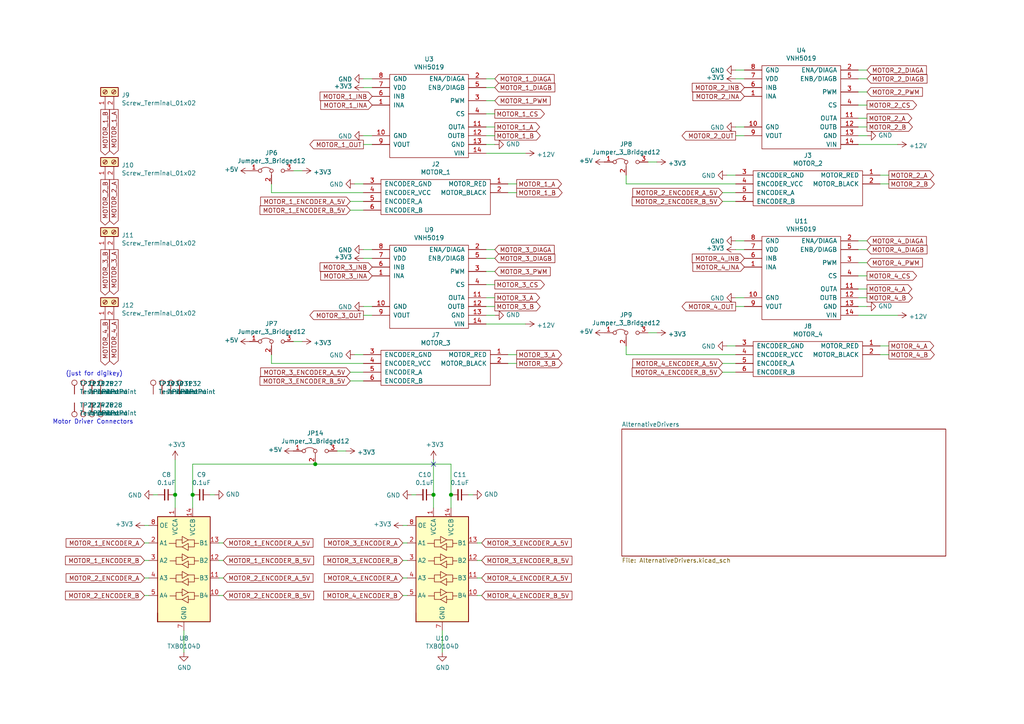
<source format=kicad_sch>
(kicad_sch (version 20201015) (generator eeschema)
  (page 1 6)
  (paper "A4")
  (lib_symbols
    (symbol "Connector:Screw_Terminal_01x02" (pin_names (offset 1.016) hide)
      (property "Reference" "J" (at 0 2.54 0))
      (property "Value" "Screw_Terminal_01x02" (at 0 -5.08 0))
      (symbol "Screw_Terminal_01x02_1_1"
        (circle (center 0 -2.54) (radius 0.635) (stroke (width 0.1524)))
        (circle (center 0 0) (radius 0.635) (stroke (width 0.1524)))
        (rectangle (start -1.27 1.27) (end 1.27 -3.81) (stroke (width 0.254)) (fill (type background)))
        (polyline (pts (xy -0.5334 -2.2098) (xy 0.3302 -3.048)) (stroke (width 0.1524)))
        (polyline (pts (xy -0.5334 0.3302) (xy 0.3302 -0.508)) (stroke (width 0.1524)))
        (polyline (pts (xy -0.3556 -2.032) (xy 0.508 -2.8702)) (stroke (width 0.1524)))
        (polyline (pts (xy -0.3556 0.508) (xy 0.508 -0.3302)) (stroke (width 0.1524)))
        (pin passive line (at -5.08 0 0) (length 3.81) (name "Pin_1") (number "1"))
        (pin passive line (at -5.08 -2.54 0) (length 3.81) (name "Pin_2") (number "2"))
      )
    )
    (symbol "Connector:TestPoint" (pin_numbers hide) (pin_names (offset 0.762) hide)
      (property "Reference" "TP" (at 0 6.858 0))
      (property "Value" "TestPoint" (at 0 5.08 0))
      (symbol "TestPoint_0_1"
        (circle (center 0 3.302) (radius 0.762))
      )
      (symbol "TestPoint_1_1"
        (pin passive line (at 0 0 90) (length 2.54) (name "1") (number "1"))
      )
    )
    (symbol "Device:C_Small" (pin_numbers hide) (pin_names (offset 0.254) hide)
      (property "Reference" "C" (at 0.254 1.778 0))
      (property "Value" "C_Small" (at 0.254 -2.032 0))
      (symbol "C_Small_0_1"
        (polyline (pts (xy -1.524 -0.508) (xy 1.524 -0.508)) (stroke (width 0.3302)))
        (polyline (pts (xy -1.524 0.508) (xy 1.524 0.508)) (stroke (width 0.3048)))
      )
      (symbol "C_Small_1_1"
        (pin passive line (at 0 2.54 270) (length 2.032) (name "~") (number "1"))
        (pin passive line (at 0 -2.54 90) (length 2.032) (name "~") (number "2"))
      )
    )
    (symbol "Jumper:Jumper_3_Bridged12" (pin_names (offset 0) hide)
      (property "Reference" "JP" (at -2.54 -2.54 0))
      (property "Value" "Jumper_3_Bridged12" (at 0 2.794 0))
      (symbol "Jumper_3_Bridged12_0_1"
        (arc (start -3.048 0.508) (end -0.254 0.508) (radius (at -1.651 -1.27) (length 2.2606) (angles 128.2 51.8)))
        (polyline (pts (xy 0 -1.27) (xy 0 -0.508)))
      )
      (symbol "Jumper_3_Bridged12_0_0"
        (circle (center -3.302 0) (radius 0.508))
        (circle (center 0 0) (radius 0.508))
        (circle (center 3.302 0) (radius 0.508))
      )
      (symbol "Jumper_3_Bridged12_1_1"
        (pin passive line (at -6.35 0 0) (length 2.54) (name "A") (number "1"))
        (pin input line (at 0 -3.81 90) (length 2.54) (name "C") (number "2"))
        (pin passive line (at 6.35 0 180) (length 2.54) (name "B") (number "3"))
      )
    )
    (symbol "Logic_LevelTranslator:TXB0104D"
      (property "Reference" "U" (at -6.35 16.51 0))
      (property "Value" "TXB0104D" (at 3.81 16.51 0))
      (symbol "TXB0104D_0_1"
        (rectangle (start -7.62 -15.24) (end -7.62 -12.7) (stroke (width 0.254)))
        (rectangle (start -7.62 15.24) (end 7.62 -15.24) (stroke (width 0.254)) (fill (type background)))
        (polyline (pts (xy -2.286 -7.747) (xy -2.286 -6.731) (xy -0.508 -6.731)))
        (polyline (pts (xy -2.286 -2.667) (xy -2.286 -1.651) (xy -0.508 -1.651)))
        (polyline (pts (xy -2.286 2.413) (xy -2.286 3.429) (xy -0.508 3.429)))
        (polyline (pts (xy -2.286 7.493) (xy -2.286 8.509) (xy -0.508 8.509)))
        (polyline (pts (xy 3.048 -7.747) (xy 3.048 -8.763) (xy 1.27 -8.763)))
        (polyline (pts (xy 3.048 -2.667) (xy 3.048 -3.683) (xy 1.27 -3.683)))
        (polyline (pts (xy 3.048 2.413) (xy 3.048 1.397) (xy 1.27 1.397)))
        (polyline (pts (xy 3.048 7.493) (xy 3.048 6.477) (xy 1.27 6.477)))
        (polyline (pts (xy -0.508 -8.763) (xy -2.286 -8.763) (xy -2.286 -7.747) (xy -4.064 -7.747)))
        (polyline (pts (xy -0.508 -8.763) (xy 1.27 -7.747) (xy 1.27 -9.779) (xy -0.508 -8.763)))
        (polyline (pts (xy -0.508 -3.683) (xy -2.286 -3.683) (xy -2.286 -2.667) (xy -4.064 -2.667)))
        (polyline (pts (xy -0.508 -3.683) (xy 1.27 -2.667) (xy 1.27 -4.699) (xy -0.508 -3.683)))
        (polyline (pts (xy -0.508 1.397) (xy -2.286 1.397) (xy -2.286 2.413) (xy -4.064 2.413)))
        (polyline (pts (xy -0.508 1.397) (xy 1.27 2.413) (xy 1.27 0.381) (xy -0.508 1.397)))
        (polyline (pts (xy -0.508 6.477) (xy -2.286 6.477) (xy -2.286 7.493) (xy -4.318 7.493)))
        (polyline (pts (xy -0.508 6.477) (xy 1.27 7.493) (xy 1.27 5.461) (xy -0.508 6.477)))
        (polyline (pts (xy 1.27 -6.731) (xy -0.508 -7.747) (xy -0.508 -5.715) (xy 1.27 -6.731)))
        (polyline (pts (xy 1.27 -6.731) (xy 3.048 -6.731) (xy 3.048 -7.747) (xy 4.318 -7.747)))
        (polyline (pts (xy 1.27 -1.651) (xy -0.508 -2.667) (xy -0.508 -0.635) (xy 1.27 -1.651)))
        (polyline (pts (xy 1.27 -1.651) (xy 3.048 -1.651) (xy 3.048 -2.667) (xy 4.318 -2.667)))
        (polyline (pts (xy 1.27 3.429) (xy -0.508 2.413) (xy -0.508 4.445) (xy 1.27 3.429)))
        (polyline (pts (xy 1.27 3.429) (xy 3.048 3.429) (xy 3.048 2.413) (xy 4.318 2.413)))
        (polyline (pts (xy 1.27 8.509) (xy -0.508 7.493) (xy -0.508 9.525) (xy 1.27 8.509)))
        (polyline (pts (xy 1.27 8.509) (xy 3.048 8.509) (xy 3.048 7.493) (xy 4.318 7.493)))
      )
      (symbol "TXB0104D_1_1"
        (pin power_in line (at -2.54 17.78 270) (length 2.54) (name "VCCA") (number "1"))
        (pin bidirectional line (at 10.16 -7.62 180) (length 2.54) (name "B4") (number "10"))
        (pin bidirectional line (at 10.16 -2.54 180) (length 2.54) (name "B3") (number "11"))
        (pin bidirectional line (at 10.16 2.54 180) (length 2.54) (name "B2") (number "12"))
        (pin bidirectional line (at 10.16 7.62 180) (length 2.54) (name "B1") (number "13"))
        (pin power_in line (at 2.54 17.78 270) (length 2.54) (name "VCCB") (number "14"))
        (pin bidirectional line (at -10.16 7.62 0) (length 2.54) (name "A1") (number "2"))
        (pin bidirectional line (at -10.16 2.54 0) (length 2.54) (name "A2") (number "3"))
        (pin bidirectional line (at -10.16 -2.54 0) (length 2.54) (name "A3") (number "4"))
        (pin bidirectional line (at -10.16 -7.62 0) (length 2.54) (name "A4") (number "5"))
        (pin unconnected line (at -10.16 -12.7 0) (length 2.54) hide (name "NC") (number "6"))
        (pin power_in line (at 0 -17.78 90) (length 2.54) (name "GND") (number "7"))
        (pin input line (at -10.16 12.7 0) (length 2.54) (name "OE") (number "8"))
        (pin unconnected line (at 10.16 -12.7 180) (length 2.54) hide (name "NC") (number "9"))
      )
    )
    (symbol "pololu_parts:MOTOR_CONNECTOR" (pin_names (offset 1.016))
      (property "Reference" "J" (at 0 0 0))
      (property "Value" "MOTOR_CONNECTOR" (at 0 15.24 0))
      (symbol "MOTOR_CONNECTOR_0_1"
        (rectangle (start -16.51 12.7) (end 15.24 2.54))
      )
      (symbol "MOTOR_CONNECTOR_1_1"
        (pin input line (at 20.32 11.43 180) (length 5.08) (name "MOTOR_RED") (number "1"))
        (pin input line (at 20.32 8.89 180) (length 5.08) (name "MOTOR_BLACK") (number "2"))
        (pin power_in line (at -21.59 11.43 0) (length 5.08) (name "ENCODER_GND") (number "3"))
        (pin power_in line (at -21.59 8.89 0) (length 5.08) (name "ENCODER_VCC") (number "4"))
        (pin output line (at -21.59 6.35 0) (length 5.08) (name "ENCODER_A") (number "5"))
        (pin output line (at -21.59 3.81 0) (length 5.08) (name "ENCODER_B") (number "6"))
      )
    )
    (symbol "pololu_parts:VNH5019" (pin_names (offset 1.016))
      (property "Reference" "U" (at 0 0 0))
      (property "Value" "VNH5019" (at 0 27.94 0))
      (symbol "VNH5019_0_1"
        (rectangle (start -10.16 25.4) (end 12.7 1.27))
      )
      (symbol "VNH5019_1_1"
        (pin input line (at -15.24 16.51 0) (length 5.08) (name "INA") (number "1"))
        (pin power_in line (at -15.24 7.62 0) (length 5.08) (name "GND") (number "10"))
        (pin output line (at 17.78 10.16 180) (length 5.08) (name "OUTA") (number "11"))
        (pin output line (at 17.78 7.62 180) (length 5.08) (name "OUTB") (number "12"))
        (pin power_in line (at 17.78 5.08 180) (length 5.08) (name "GND") (number "13"))
        (pin power_in line (at 17.78 2.54 180) (length 5.08) (name "VIN") (number "14"))
        (pin bidirectional line (at 17.78 24.13 180) (length 5.08) (name "ENA/DIAGA") (number "2"))
        (pin input line (at 17.78 17.78 180) (length 5.08) (name "PWM") (number "3"))
        (pin output line (at 17.78 13.97 180) (length 5.08) (name "CS") (number "4"))
        (pin bidirectional line (at 17.78 21.59 180) (length 5.08) (name "ENB/DIAGB") (number "5"))
        (pin input line (at -15.24 19.05 0) (length 5.08) (name "INB") (number "6"))
        (pin power_in line (at -15.24 21.59 0) (length 5.08) (name "VDD") (number "7"))
        (pin power_in line (at -15.24 24.13 0) (length 5.08) (name "GND") (number "8"))
        (pin power_in line (at -15.24 5.08 0) (length 5.08) (name "VOUT") (number "9"))
      )
    )
    (symbol "power:+12V" (power) (pin_names (offset 0))
      (property "Value" "+12V" (at 0 3.556 0))
      (symbol "+12V_0_1"
        (polyline (pts (xy -0.762 1.27) (xy 0 2.54)))
        (polyline (pts (xy 0 0) (xy 0 2.54)))
        (polyline (pts (xy 0 2.54) (xy 0.762 1.27)))
      )
      (symbol "+12V_1_1"
        (pin power_in line (at 0 0 90) (length 0) hide (name "+12V") (number "1"))
      )
    )
    (symbol "power:+3.3V" (power) (pin_names (offset 0))
      (property "Value" "+3.3V" (at 0 3.556 0))
      (symbol "+3.3V_0_1"
        (polyline (pts (xy -0.762 1.27) (xy 0 2.54)))
        (polyline (pts (xy 0 0) (xy 0 2.54)))
        (polyline (pts (xy 0 2.54) (xy 0.762 1.27)))
      )
      (symbol "+3.3V_1_1"
        (pin power_in line (at 0 0 90) (length 0) hide (name "+3V3") (number "1"))
      )
    )
    (symbol "power:+5V" (power) (pin_names (offset 0))
      (property "Value" "+5V" (at 0 3.556 0))
      (symbol "+5V_0_1"
        (polyline (pts (xy -0.762 1.27) (xy 0 2.54)))
        (polyline (pts (xy 0 0) (xy 0 2.54)))
        (polyline (pts (xy 0 2.54) (xy 0.762 1.27)))
      )
      (symbol "+5V_1_1"
        (pin power_in line (at 0 0 90) (length 0) hide (name "+5V") (number "1"))
      )
    )
    (symbol "power:GND" (power) (pin_names (offset 0))
      (property "Value" "GND" (at 0 -3.81 0))
      (symbol "GND_0_1"
        (polyline (pts (xy 0 0) (xy 0 -1.27) (xy 1.27 -1.27) (xy 0 -2.54) (xy -1.27 -1.27) (xy 0 -1.27)))
      )
      (symbol "GND_1_1"
        (pin power_in line (at 0 0 270) (length 0) hide (name "GND") (number "1"))
      )
    )
  )
  (junction (at 50.8 143.51) (diameter 1.016))
  (junction (at 55.88 143.51) (diameter 1.016))
  (junction (at 91.44 134.62) (diameter 1.016))
  (junction (at 125.73 143.51) (diameter 1.016))
  (junction (at 130.81 143.51) (diameter 1.016))
  (no_connect (at 125.73 134.62))
  (wire (pts (xy 41.91 152.4) (xy 43.18 152.4)))
  (wire (pts (xy 41.91 157.48) (xy 43.18 157.48)))
  (wire (pts (xy 41.91 162.56) (xy 43.18 162.56)))
  (wire (pts (xy 41.91 167.64) (xy 43.18 167.64)))
  (wire (pts (xy 41.91 172.72) (xy 43.18 172.72)))
  (wire (pts (xy 45.72 143.51) (xy 44.45 143.51)))
  (wire (pts (xy 50.8 143.51) (xy 50.8 133.35)))
  (wire (pts (xy 50.8 147.32) (xy 50.8 143.51)))
  (wire (pts (xy 53.34 189.23) (xy 53.34 182.88)))
  (wire (pts (xy 55.88 134.62) (xy 55.88 143.51)))
  (wire (pts (xy 55.88 143.51) (xy 55.88 147.32)))
  (wire (pts (xy 60.96 143.51) (xy 62.23 143.51)))
  (wire (pts (xy 63.5 162.56) (xy 64.77 162.56)))
  (wire (pts (xy 63.5 167.64) (xy 64.77 167.64)))
  (wire (pts (xy 63.5 172.72) (xy 64.77 172.72)))
  (wire (pts (xy 64.77 157.48) (xy 63.5 157.48)))
  (wire (pts (xy 78.74 53.34) (xy 78.74 55.88)))
  (wire (pts (xy 78.74 55.88) (xy 105.41 55.88)))
  (wire (pts (xy 78.74 102.87) (xy 78.74 105.41)))
  (wire (pts (xy 78.74 105.41) (xy 105.41 105.41)))
  (wire (pts (xy 87.63 49.53) (xy 85.09 49.53)))
  (wire (pts (xy 87.63 99.06) (xy 85.09 99.06)))
  (wire (pts (xy 91.44 134.62) (xy 55.88 134.62)))
  (wire (pts (xy 91.44 134.62) (xy 130.81 134.62)))
  (wire (pts (xy 100.33 130.81) (xy 97.79 130.81)))
  (wire (pts (xy 101.6 58.42) (xy 105.41 58.42)))
  (wire (pts (xy 101.6 60.96) (xy 105.41 60.96)))
  (wire (pts (xy 101.6 107.95) (xy 105.41 107.95)))
  (wire (pts (xy 101.6 110.49) (xy 105.41 110.49)))
  (wire (pts (xy 102.87 53.34) (xy 105.41 53.34)))
  (wire (pts (xy 102.87 102.87) (xy 105.41 102.87)))
  (wire (pts (xy 105.41 39.37) (xy 107.95 39.37)))
  (wire (pts (xy 105.41 41.91) (xy 107.95 41.91)))
  (wire (pts (xy 105.41 88.9) (xy 107.95 88.9)))
  (wire (pts (xy 105.41 91.44) (xy 107.95 91.44)))
  (wire (pts (xy 107.95 22.86) (xy 105.41 22.86)))
  (wire (pts (xy 107.95 25.4) (xy 105.41 25.4)))
  (wire (pts (xy 107.95 72.39) (xy 105.41 72.39)))
  (wire (pts (xy 107.95 74.93) (xy 105.41 74.93)))
  (wire (pts (xy 116.84 152.4) (xy 118.11 152.4)))
  (wire (pts (xy 116.84 157.48) (xy 118.11 157.48)))
  (wire (pts (xy 116.84 162.56) (xy 118.11 162.56)))
  (wire (pts (xy 116.84 167.64) (xy 118.11 167.64)))
  (wire (pts (xy 116.84 172.72) (xy 118.11 172.72)))
  (wire (pts (xy 120.65 143.51) (xy 119.38 143.51)))
  (wire (pts (xy 125.73 143.51) (xy 125.73 133.35)))
  (wire (pts (xy 125.73 147.32) (xy 125.73 143.51)))
  (wire (pts (xy 128.27 189.23) (xy 128.27 182.88)))
  (wire (pts (xy 130.81 134.62) (xy 130.81 143.51)))
  (wire (pts (xy 130.81 143.51) (xy 130.81 147.32)))
  (wire (pts (xy 135.89 143.51) (xy 137.16 143.51)))
  (wire (pts (xy 138.43 162.56) (xy 139.7 162.56)))
  (wire (pts (xy 138.43 167.64) (xy 139.7 167.64)))
  (wire (pts (xy 138.43 172.72) (xy 139.7 172.72)))
  (wire (pts (xy 139.7 157.48) (xy 138.43 157.48)))
  (wire (pts (xy 140.97 25.4) (xy 143.51 25.4)))
  (wire (pts (xy 140.97 29.21) (xy 143.51 29.21)))
  (wire (pts (xy 140.97 33.02) (xy 143.51 33.02)))
  (wire (pts (xy 140.97 36.83) (xy 143.51 36.83)))
  (wire (pts (xy 140.97 39.37) (xy 143.51 39.37)))
  (wire (pts (xy 140.97 41.91) (xy 143.51 41.91)))
  (wire (pts (xy 140.97 44.45) (xy 152.4 44.45)))
  (wire (pts (xy 140.97 72.39) (xy 143.51 72.39)))
  (wire (pts (xy 140.97 74.93) (xy 143.51 74.93)))
  (wire (pts (xy 140.97 78.74) (xy 143.51 78.74)))
  (wire (pts (xy 140.97 82.55) (xy 143.51 82.55)))
  (wire (pts (xy 140.97 86.36) (xy 143.51 86.36)))
  (wire (pts (xy 140.97 88.9) (xy 143.51 88.9)))
  (wire (pts (xy 140.97 91.44) (xy 143.51 91.44)))
  (wire (pts (xy 140.97 93.98) (xy 152.4 93.98)))
  (wire (pts (xy 143.51 22.86) (xy 140.97 22.86)))
  (wire (pts (xy 147.32 53.34) (xy 149.86 53.34)))
  (wire (pts (xy 147.32 55.88) (xy 149.86 55.88)))
  (wire (pts (xy 147.32 102.87) (xy 149.86 102.87)))
  (wire (pts (xy 147.32 105.41) (xy 149.86 105.41)))
  (wire (pts (xy 181.61 50.8) (xy 181.61 53.34)))
  (wire (pts (xy 181.61 53.34) (xy 213.36 53.34)))
  (wire (pts (xy 181.61 100.33) (xy 181.61 102.87)))
  (wire (pts (xy 181.61 102.87) (xy 213.36 102.87)))
  (wire (pts (xy 190.5 46.99) (xy 187.96 46.99)))
  (wire (pts (xy 190.5 96.52) (xy 187.96 96.52)))
  (wire (pts (xy 209.55 55.88) (xy 213.36 55.88)))
  (wire (pts (xy 209.55 105.41) (xy 213.36 105.41)))
  (wire (pts (xy 210.82 50.8) (xy 213.36 50.8)))
  (wire (pts (xy 210.82 100.33) (xy 213.36 100.33)))
  (wire (pts (xy 213.36 36.83) (xy 215.9 36.83)))
  (wire (pts (xy 213.36 39.37) (xy 215.9 39.37)))
  (wire (pts (xy 213.36 58.42) (xy 209.55 58.42)))
  (wire (pts (xy 213.36 86.36) (xy 215.9 86.36)))
  (wire (pts (xy 213.36 88.9) (xy 215.9 88.9)))
  (wire (pts (xy 213.36 107.95) (xy 209.55 107.95)))
  (wire (pts (xy 215.9 20.32) (xy 213.36 20.32)))
  (wire (pts (xy 215.9 22.86) (xy 213.36 22.86)))
  (wire (pts (xy 215.9 69.85) (xy 213.36 69.85)))
  (wire (pts (xy 215.9 72.39) (xy 213.36 72.39)))
  (wire (pts (xy 248.92 20.32) (xy 251.46 20.32)))
  (wire (pts (xy 248.92 22.86) (xy 251.46 22.86)))
  (wire (pts (xy 248.92 26.67) (xy 251.46 26.67)))
  (wire (pts (xy 248.92 30.48) (xy 251.46 30.48)))
  (wire (pts (xy 248.92 34.29) (xy 251.46 34.29)))
  (wire (pts (xy 248.92 36.83) (xy 251.46 36.83)))
  (wire (pts (xy 248.92 39.37) (xy 251.46 39.37)))
  (wire (pts (xy 248.92 41.91) (xy 260.35 41.91)))
  (wire (pts (xy 248.92 69.85) (xy 251.46 69.85)))
  (wire (pts (xy 248.92 72.39) (xy 251.46 72.39)))
  (wire (pts (xy 248.92 76.2) (xy 251.46 76.2)))
  (wire (pts (xy 248.92 80.01) (xy 251.46 80.01)))
  (wire (pts (xy 248.92 83.82) (xy 251.46 83.82)))
  (wire (pts (xy 248.92 86.36) (xy 251.46 86.36)))
  (wire (pts (xy 248.92 88.9) (xy 251.46 88.9)))
  (wire (pts (xy 248.92 91.44) (xy 260.35 91.44)))
  (wire (pts (xy 255.27 50.8) (xy 257.81 50.8)))
  (wire (pts (xy 255.27 53.34) (xy 257.81 53.34)))
  (wire (pts (xy 255.27 100.33) (xy 257.81 100.33)))
  (wire (pts (xy 255.27 102.87) (xy 257.81 102.87)))
  (text "Motor Driver Connectors" (at 15.24 123.19 0) (effects (font (size 1.27 1.27)) (justify left bottom)))
  (text "(just for digikey)" (at 19.05 109.22 0) (effects (font (size 1.27 1.27)) (justify left bottom)))
  (global_label "MOTOR_1_B" (shape output) (at 30.48 31.75 270))
  (global_label "MOTOR_2_B" (shape output) (at 30.48 52.07 270))
  (global_label "MOTOR_3_B" (shape output) (at 30.48 72.39 270))
  (global_label "MOTOR_4_B" (shape output) (at 30.48 92.71 270))
  (global_label "MOTOR_1_A" (shape output) (at 33.02 31.75 270))
  (global_label "MOTOR_2_A" (shape output) (at 33.02 52.07 270))
  (global_label "MOTOR_3_A" (shape output) (at 33.02 72.39 270))
  (global_label "MOTOR_4_A" (shape output) (at 33.02 92.71 270))
  (global_label "MOTOR_1_ENCODER_A" (shape input) (at 41.91 157.48 180))
  (global_label "MOTOR_1_ENCODER_B" (shape input) (at 41.91 162.56 180))
  (global_label "MOTOR_2_ENCODER_A" (shape input) (at 41.91 167.64 180))
  (global_label "MOTOR_2_ENCODER_B" (shape input) (at 41.91 172.72 180))
  (global_label "MOTOR_1_ENCODER_A_5V" (shape input) (at 64.77 157.48 0))
  (global_label "MOTOR_1_ENCODER_B_5V" (shape input) (at 64.77 162.56 0))
  (global_label "MOTOR_2_ENCODER_A_5V" (shape input) (at 64.77 167.64 0))
  (global_label "MOTOR_2_ENCODER_B_5V" (shape input) (at 64.77 172.72 0))
  (global_label "MOTOR_1_ENCODER_A_5V" (shape input) (at 101.6 58.42 180))
  (global_label "MOTOR_1_ENCODER_B_5V" (shape input) (at 101.6 60.96 180))
  (global_label "MOTOR_3_ENCODER_A_5V" (shape input) (at 101.6 107.95 180))
  (global_label "MOTOR_3_ENCODER_B_5V" (shape input) (at 101.6 110.49 180))
  (global_label "MOTOR_1_OUT" (shape output) (at 105.41 41.91 180))
  (global_label "MOTOR_3_OUT" (shape output) (at 105.41 91.44 180))
  (global_label "MOTOR_1_INB" (shape input) (at 107.95 27.94 180))
  (global_label "MOTOR_1_INA" (shape input) (at 107.95 30.48 180))
  (global_label "MOTOR_3_INB" (shape input) (at 107.95 77.47 180))
  (global_label "MOTOR_3_INA" (shape input) (at 107.95 80.01 180))
  (global_label "MOTOR_3_ENCODER_A" (shape input) (at 116.84 157.48 180))
  (global_label "MOTOR_3_ENCODER_B" (shape input) (at 116.84 162.56 180))
  (global_label "MOTOR_4_ENCODER_A" (shape input) (at 116.84 167.64 180))
  (global_label "MOTOR_4_ENCODER_B" (shape input) (at 116.84 172.72 180))
  (global_label "MOTOR_3_ENCODER_A_5V" (shape input) (at 139.7 157.48 0))
  (global_label "MOTOR_3_ENCODER_B_5V" (shape input) (at 139.7 162.56 0))
  (global_label "MOTOR_4_ENCODER_A_5V" (shape input) (at 139.7 167.64 0))
  (global_label "MOTOR_4_ENCODER_B_5V" (shape input) (at 139.7 172.72 0))
  (global_label "MOTOR_1_DIAGA" (shape input) (at 143.51 22.86 0))
  (global_label "MOTOR_1_DIAGB" (shape input) (at 143.51 25.4 0))
  (global_label "MOTOR_1_PWM" (shape input) (at 143.51 29.21 0))
  (global_label "MOTOR_1_CS" (shape output) (at 143.51 33.02 0))
  (global_label "MOTOR_1_A" (shape output) (at 143.51 36.83 0))
  (global_label "MOTOR_1_B" (shape output) (at 143.51 39.37 0))
  (global_label "MOTOR_3_DIAGA" (shape input) (at 143.51 72.39 0))
  (global_label "MOTOR_3_DIAGB" (shape input) (at 143.51 74.93 0))
  (global_label "MOTOR_3_PWM" (shape input) (at 143.51 78.74 0))
  (global_label "MOTOR_3_CS" (shape output) (at 143.51 82.55 0))
  (global_label "MOTOR_3_A" (shape output) (at 143.51 86.36 0))
  (global_label "MOTOR_3_B" (shape output) (at 143.51 88.9 0))
  (global_label "MOTOR_1_A" (shape output) (at 149.86 53.34 0))
  (global_label "MOTOR_1_B" (shape output) (at 149.86 55.88 0))
  (global_label "MOTOR_3_A" (shape output) (at 149.86 102.87 0))
  (global_label "MOTOR_3_B" (shape output) (at 149.86 105.41 0))
  (global_label "MOTOR_2_ENCODER_A_5V" (shape input) (at 209.55 55.88 180))
  (global_label "MOTOR_2_ENCODER_B_5V" (shape input) (at 209.55 58.42 180))
  (global_label "MOTOR_4_ENCODER_A_5V" (shape input) (at 209.55 105.41 180))
  (global_label "MOTOR_4_ENCODER_B_5V" (shape input) (at 209.55 107.95 180))
  (global_label "MOTOR_2_OUT" (shape output) (at 213.36 39.37 180))
  (global_label "MOTOR_4_OUT" (shape output) (at 213.36 88.9 180))
  (global_label "MOTOR_2_INB" (shape input) (at 215.9 25.4 180))
  (global_label "MOTOR_2_INA" (shape input) (at 215.9 27.94 180))
  (global_label "MOTOR_4_INB" (shape input) (at 215.9 74.93 180))
  (global_label "MOTOR_4_INA" (shape input) (at 215.9 77.47 180))
  (global_label "MOTOR_2_DIAGA" (shape input) (at 251.46 20.32 0))
  (global_label "MOTOR_2_DIAGB" (shape input) (at 251.46 22.86 0))
  (global_label "MOTOR_2_PWM" (shape input) (at 251.46 26.67 0))
  (global_label "MOTOR_2_CS" (shape output) (at 251.46 30.48 0))
  (global_label "MOTOR_2_A" (shape output) (at 251.46 34.29 0))
  (global_label "MOTOR_2_B" (shape output) (at 251.46 36.83 0))
  (global_label "MOTOR_4_DIAGA" (shape input) (at 251.46 69.85 0))
  (global_label "MOTOR_4_DIAGB" (shape input) (at 251.46 72.39 0))
  (global_label "MOTOR_4_PWM" (shape input) (at 251.46 76.2 0))
  (global_label "MOTOR_4_CS" (shape output) (at 251.46 80.01 0))
  (global_label "MOTOR_4_A" (shape output) (at 251.46 83.82 0))
  (global_label "MOTOR_4_B" (shape output) (at 251.46 86.36 0))
  (global_label "MOTOR_2_A" (shape output) (at 257.81 50.8 0))
  (global_label "MOTOR_2_B" (shape output) (at 257.81 53.34 0))
  (global_label "MOTOR_4_A" (shape output) (at 257.81 100.33 0))
  (global_label "MOTOR_4_B" (shape output) (at 257.81 102.87 0))
  (symbol (lib_id "Connector:TestPoint") (at 21.59 114.3 0) (unit 1)
    (property "Reference" "TP21" (at 23.0632 111.3028 0) (effects (justify left)))
    (property "Value" "TestPoint" (at 23.0632 113.6142 0) (effects (justify left)))
    (property "DigiKey" "S7043-ND" (effects hide))
  )
  (symbol (lib_id "Connector:TestPoint") (at 21.59 116.84 180) (unit 1)
    (property "Reference" "TP22" (at 23.0632 117.5004 0) (effects (justify right)))
    (property "Value" "TestPoint" (at 23.0632 119.8118 0) (effects (justify right)))
    (property "DigiKey" "S7041-ND" (effects hide))
  )
  (symbol (lib_id "Connector:TestPoint") (at 24.13 114.3 0) (unit 1)
    (property "Reference" "TP23" (at 25.6032 111.3028 0) (effects (justify left)))
    (property "Value" "TestPoint" (at 25.6032 113.6142 0) (effects (justify left)))
    (property "DigiKey" "S7043-ND" (effects hide))
  )
  (symbol (lib_id "Connector:TestPoint") (at 24.13 116.84 180) (unit 1)
    (property "Reference" "TP24" (at 25.6032 117.5004 0) (effects (justify right)))
    (property "Value" "TestPoint" (at 25.6032 119.8118 0) (effects (justify right)))
    (property "DigiKey" "S7041-ND" (effects hide))
  )
  (symbol (lib_id "Connector:TestPoint") (at 26.67 114.3 0) (unit 1)
    (property "Reference" "TP25" (at 28.1432 111.3028 0) (effects (justify left)))
    (property "Value" "TestPoint" (at 28.1432 113.6142 0) (effects (justify left)))
    (property "DigiKey" "S7043-ND" (effects hide))
  )
  (symbol (lib_id "Connector:TestPoint") (at 26.67 116.84 180) (unit 1)
    (property "Reference" "TP26" (at 28.1432 117.5004 0) (effects (justify right)))
    (property "Value" "TestPoint" (at 28.1432 119.8118 0) (effects (justify right)))
    (property "DigiKey" "S7041-ND" (effects hide))
  )
  (symbol (lib_id "Connector:TestPoint") (at 29.21 114.3 0) (unit 1)
    (property "Reference" "TP27" (at 30.6832 111.3028 0) (effects (justify left)))
    (property "Value" "TestPoint" (at 30.6832 113.6142 0) (effects (justify left)))
    (property "DigiKey" "S7043-ND" (effects hide))
  )
  (symbol (lib_id "Connector:TestPoint") (at 29.21 116.84 180) (unit 1)
    (property "Reference" "TP28" (at 30.6832 117.5004 0) (effects (justify right)))
    (property "Value" "TestPoint" (at 30.6832 119.8118 0) (effects (justify right)))
    (property "DigiKey" "S7041-ND" (effects hide))
  )
  (symbol (lib_id "Connector:TestPoint") (at 44.45 114.3 0) (unit 1)
    (property "Reference" "TP29" (at 45.9232 111.3028 0) (effects (justify left)))
    (property "Value" "TestPoint" (at 45.9232 113.6142 0) (effects (justify left)))
    (property "DigiKey" "S7004-ND" (effects hide))
  )
  (symbol (lib_id "Connector:TestPoint") (at 46.99 114.3 0) (unit 1)
    (property "Reference" "TP30" (at 48.4632 111.3028 0) (effects (justify left)))
    (property "Value" "TestPoint" (at 48.4632 113.6142 0) (effects (justify left)))
    (property "DigiKey" "S7004-ND" (effects hide))
  )
  (symbol (lib_id "Connector:TestPoint") (at 49.53 114.3 0) (unit 1)
    (property "Reference" "TP31" (at 51.0032 111.3028 0) (effects (justify left)))
    (property "Value" "TestPoint" (at 51.0032 113.6142 0) (effects (justify left)))
    (property "DigiKey" "S7004-ND" (effects hide))
  )
  (symbol (lib_id "Connector:TestPoint") (at 52.07 114.3 0) (unit 1)
    (property "Reference" "TP32" (at 53.5432 111.3028 0) (effects (justify left)))
    (property "Value" "TestPoint" (at 53.5432 113.6142 0) (effects (justify left)))
    (property "DigiKey" "S7004-ND" (effects hide))
  )
  (symbol (lib_id "power:+3.3V") (at 41.91 152.4 90) (unit 1)
    (property "Reference" "#PWR0147" (effects hide))
    (property "Value" "+3.3V" (at 38.6588 152.019 90) (effects (justify left)))
  )
  (symbol (lib_id "power:+3.3V") (at 50.8 133.35 0) (unit 1)
    (property "Reference" "#PWR0145" (effects hide))
    (property "Value" "+3.3V" (at 51.181 128.9558 0))
  )
  (symbol (lib_id "power:+5V") (at 72.39 49.53 90)
    (property "Reference" "#PWR0142" (effects hide))
    (property "Value" "+5V" (at 69.1388 49.149 90) (effects (justify left)))
  )
  (symbol (lib_id "power:+5V") (at 72.39 99.06 90)
    (property "Reference" "#PWR0182" (effects hide))
    (property "Value" "+5V" (at 69.1388 98.679 90) (effects (justify left)))
  )
  (symbol (lib_id "power:+5V") (at 85.09 130.81 90)
    (property "Reference" "#PWR0196" (effects hide))
    (property "Value" "+5V" (at 81.8388 130.429 90) (effects (justify left)))
  )
  (symbol (lib_id "power:+3.3V") (at 87.63 49.53 270)
    (property "Reference" "#PWR0174" (effects hide))
    (property "Value" "+3.3V" (at 90.8812 49.911 90) (effects (justify left)))
  )
  (symbol (lib_id "power:+3.3V") (at 87.63 99.06 270)
    (property "Reference" "#PWR0184" (effects hide))
    (property "Value" "+3.3V" (at 90.8812 99.441 90) (effects (justify left)))
  )
  (symbol (lib_id "power:+3.3V") (at 100.33 130.81 270)
    (property "Reference" "#PWR0146" (effects hide))
    (property "Value" "+3.3V" (at 103.5812 131.191 90) (effects (justify left)))
  )
  (symbol (lib_id "power:+3.3V") (at 105.41 25.4 90)
    (property "Reference" "#PWR0133" (effects hide))
    (property "Value" "+3.3V" (at 102.1588 25.019 90) (effects (justify left)))
  )
  (symbol (lib_id "power:+3.3V") (at 105.41 74.93 90)
    (property "Reference" "#PWR0179" (effects hide))
    (property "Value" "+3.3V" (at 102.1588 74.549 90) (effects (justify left)))
  )
  (symbol (lib_id "power:+3.3V") (at 116.84 152.4 90) (unit 1)
    (property "Reference" "#PWR0197" (effects hide))
    (property "Value" "+3.3V" (at 113.5888 152.019 90) (effects (justify left)))
  )
  (symbol (lib_id "power:+3.3V") (at 125.73 133.35 0) (unit 1)
    (property "Reference" "#PWR0195" (effects hide))
    (property "Value" "+3.3V" (at 126.111 128.9558 0))
  )
  (symbol (lib_id "power:+12V") (at 152.4 44.45 270)
    (property "Reference" "#PWR0148" (effects hide))
    (property "Value" "+12V" (at 155.6512 44.831 90) (effects (justify left)))
  )
  (symbol (lib_id "power:+12V") (at 152.4 93.98 270)
    (property "Reference" "#PWR0183" (effects hide))
    (property "Value" "+12V" (at 155.6512 94.361 90) (effects (justify left)))
  )
  (symbol (lib_id "power:+5V") (at 175.26 46.99 90)
    (property "Reference" "#PWR0176" (effects hide))
    (property "Value" "+5V" (at 172.0088 46.609 90) (effects (justify left)))
  )
  (symbol (lib_id "power:+5V") (at 175.26 96.52 90)
    (property "Reference" "#PWR0186" (effects hide))
    (property "Value" "+5V" (at 172.0088 96.139 90) (effects (justify left)))
  )
  (symbol (lib_id "power:+3.3V") (at 190.5 46.99 270)
    (property "Reference" "#PWR0175" (effects hide))
    (property "Value" "+3.3V" (at 193.7512 47.371 90) (effects (justify left)))
  )
  (symbol (lib_id "power:+3.3V") (at 190.5 96.52 270)
    (property "Reference" "#PWR0185" (effects hide))
    (property "Value" "+3.3V" (at 193.7512 96.901 90) (effects (justify left)))
  )
  (symbol (lib_id "power:+3.3V") (at 213.36 22.86 90)
    (property "Reference" "#PWR0137" (effects hide))
    (property "Value" "+3.3V" (at 210.1088 22.479 90) (effects (justify left)))
  )
  (symbol (lib_id "power:+3.3V") (at 213.36 72.39 90)
    (property "Reference" "#PWR0190" (effects hide))
    (property "Value" "+3.3V" (at 210.1088 72.009 90) (effects (justify left)))
  )
  (symbol (lib_id "power:+12V") (at 260.35 41.91 270)
    (property "Reference" "#PWR0138" (effects hide))
    (property "Value" "+12V" (at 263.6012 42.291 90) (effects (justify left)))
  )
  (symbol (lib_id "power:+12V") (at 260.35 91.44 270)
    (property "Reference" "#PWR0189" (effects hide))
    (property "Value" "+12V" (at 263.6012 91.821 90) (effects (justify left)))
  )
  (symbol (lib_id "power:GND") (at 44.45 143.51 270) (unit 1)
    (property "Reference" "#PWR0143" (effects hide))
    (property "Value" "GND" (at 41.1988 143.637 90) (effects (justify right)))
  )
  (symbol (lib_id "power:GND") (at 53.34 189.23 0) (unit 1)
    (property "Reference" "#PWR0173" (effects hide))
    (property "Value" "GND" (at 53.467 193.6242 0))
  )
  (symbol (lib_id "power:GND") (at 62.23 143.51 90) (unit 1)
    (property "Reference" "#PWR0144" (effects hide))
    (property "Value" "GND" (at 65.4812 143.383 90) (effects (justify right)))
  )
  (symbol (lib_id "power:GND") (at 102.87 53.34 270)
    (property "Reference" "#PWR0140" (effects hide))
    (property "Value" "GND" (at 99.6188 53.467 90) (effects (justify right)))
  )
  (symbol (lib_id "power:GND") (at 102.87 102.87 270)
    (property "Reference" "#PWR0181" (effects hide))
    (property "Value" "GND" (at 99.6188 102.997 90) (effects (justify right)))
  )
  (symbol (lib_id "power:GND") (at 105.41 22.86 270)
    (property "Reference" "#PWR0131" (effects hide))
    (property "Value" "GND" (at 102.1588 22.987 90) (effects (justify right)))
  )
  (symbol (lib_id "power:GND") (at 105.41 39.37 270)
    (property "Reference" "#PWR0132" (effects hide))
    (property "Value" "GND" (at 102.1588 39.497 90) (effects (justify right)))
  )
  (symbol (lib_id "power:GND") (at 105.41 72.39 270)
    (property "Reference" "#PWR0177" (effects hide))
    (property "Value" "GND" (at 102.1588 72.517 90) (effects (justify right)))
  )
  (symbol (lib_id "power:GND") (at 105.41 88.9 270)
    (property "Reference" "#PWR0178" (effects hide))
    (property "Value" "GND" (at 102.1588 89.027 90) (effects (justify right)))
  )
  (symbol (lib_id "power:GND") (at 119.38 143.51 270) (unit 1)
    (property "Reference" "#PWR0193" (effects hide))
    (property "Value" "GND" (at 116.1288 143.637 90) (effects (justify right)))
  )
  (symbol (lib_id "power:GND") (at 128.27 189.23 0) (unit 1)
    (property "Reference" "#PWR0198" (effects hide))
    (property "Value" "GND" (at 128.397 193.6242 0))
  )
  (symbol (lib_id "power:GND") (at 137.16 143.51 90) (unit 1)
    (property "Reference" "#PWR0194" (effects hide))
    (property "Value" "GND" (at 140.4112 143.383 90) (effects (justify right)))
  )
  (symbol (lib_id "power:GND") (at 143.51 41.91 90)
    (property "Reference" "#PWR0134" (effects hide))
    (property "Value" "GND" (at 146.7612 41.783 90) (effects (justify right)))
  )
  (symbol (lib_id "power:GND") (at 143.51 91.44 90)
    (property "Reference" "#PWR0180" (effects hide))
    (property "Value" "GND" (at 146.7612 91.313 90) (effects (justify right)))
  )
  (symbol (lib_id "power:GND") (at 210.82 50.8 270)
    (property "Reference" "#PWR0141" (effects hide))
    (property "Value" "GND" (at 207.5688 50.927 90) (effects (justify right)))
  )
  (symbol (lib_id "power:GND") (at 210.82 100.33 270)
    (property "Reference" "#PWR0187" (effects hide))
    (property "Value" "GND" (at 207.5688 100.457 90) (effects (justify right)))
  )
  (symbol (lib_id "power:GND") (at 213.36 20.32 270)
    (property "Reference" "#PWR0135" (effects hide))
    (property "Value" "GND" (at 210.1088 20.447 90) (effects (justify right)))
  )
  (symbol (lib_id "power:GND") (at 213.36 36.83 270)
    (property "Reference" "#PWR0136" (effects hide))
    (property "Value" "GND" (at 210.1088 36.957 90) (effects (justify right)))
  )
  (symbol (lib_id "power:GND") (at 213.36 69.85 270)
    (property "Reference" "#PWR0192" (effects hide))
    (property "Value" "GND" (at 210.1088 69.977 90) (effects (justify right)))
  )
  (symbol (lib_id "power:GND") (at 213.36 86.36 270)
    (property "Reference" "#PWR0191" (effects hide))
    (property "Value" "GND" (at 210.1088 86.487 90) (effects (justify right)))
  )
  (symbol (lib_id "power:GND") (at 251.46 39.37 90)
    (property "Reference" "#PWR0139" (effects hide))
    (property "Value" "GND" (at 254.7112 39.243 90) (effects (justify right)))
  )
  (symbol (lib_id "power:GND") (at 251.46 88.9 90)
    (property "Reference" "#PWR0188" (effects hide))
    (property "Value" "GND" (at 254.7112 88.773 90) (effects (justify right)))
  )
  (symbol (lib_id "Device:C_Small") (at 48.26 143.51 270) (unit 1)
    (property "Reference" "C8" (at 48.26 137.6934 90))
    (property "Value" "0.1uF" (at 48.26 140.0048 90))
    (property "Footprint" "Capacitor_SMD:C_0603_1608Metric_Pad1.05x0.95mm_HandSolder" (effects hide))
    (property "DigiKey" "399-1100-1-ND" (effects hide))
  )
  (symbol (lib_id "Device:C_Small") (at 58.42 143.51 270) (unit 1)
    (property "Reference" "C9" (at 58.42 137.6934 90))
    (property "Value" "0.1uF" (at 58.42 140.0048 90))
    (property "Footprint" "Capacitor_SMD:C_0603_1608Metric_Pad1.05x0.95mm_HandSolder" (effects hide))
    (property "DigiKey" "399-1100-1-ND" (effects hide))
  )
  (symbol (lib_id "Device:C_Small") (at 123.19 143.51 270) (unit 1)
    (property "Reference" "C10" (at 123.19 137.6934 90))
    (property "Value" "0.1uF" (at 123.19 140.0048 90))
    (property "Footprint" "Capacitor_SMD:C_0603_1608Metric_Pad1.05x0.95mm_HandSolder" (effects hide))
    (property "DigiKey" "399-1100-1-ND" (effects hide))
  )
  (symbol (lib_id "Device:C_Small") (at 133.35 143.51 270) (unit 1)
    (property "Reference" "C11" (at 133.35 137.6934 90))
    (property "Value" "0.1uF" (at 133.35 140.0048 90))
    (property "Footprint" "Capacitor_SMD:C_0603_1608Metric_Pad1.05x0.95mm_HandSolder" (effects hide))
    (property "DigiKey" "399-1100-1-ND" (effects hide))
  )
  (symbol (lib_id "Connector:Screw_Terminal_01x02") (at 30.48 26.67 90) (unit 1)
    (property "Reference" "J9" (at 35.2552 27.5844 90) (effects (justify right)))
    (property "Value" "Screw_Terminal_01x02" (at 35.2552 29.8958 90) (effects (justify right)))
    (property "Footprint" "TerminalBlock_Phoenix:TerminalBlock_Phoenix_MKDS-3-2-5.08_1x02_P5.08mm_Horizontal" (effects hide))
    (property "DigiKey" "277-1247-ND" (effects hide))
  )
  (symbol (lib_id "Connector:Screw_Terminal_01x02") (at 30.48 46.99 90) (unit 1)
    (property "Reference" "J10" (at 35.2552 47.9044 90) (effects (justify right)))
    (property "Value" "Screw_Terminal_01x02" (at 35.2552 50.2158 90) (effects (justify right)))
    (property "Footprint" "TerminalBlock_Phoenix:TerminalBlock_Phoenix_MKDS-3-2-5.08_1x02_P5.08mm_Horizontal" (effects hide))
    (property "DigiKey" "277-1247-ND" (effects hide))
  )
  (symbol (lib_id "Connector:Screw_Terminal_01x02") (at 30.48 67.31 90) (unit 1)
    (property "Reference" "J11" (at 35.2552 68.2244 90) (effects (justify right)))
    (property "Value" "Screw_Terminal_01x02" (at 35.2552 70.5358 90) (effects (justify right)))
    (property "Footprint" "TerminalBlock_Phoenix:TerminalBlock_Phoenix_MKDS-3-2-5.08_1x02_P5.08mm_Horizontal" (effects hide))
    (property "DigiKey" "277-1247-ND" (effects hide))
  )
  (symbol (lib_id "Connector:Screw_Terminal_01x02") (at 30.48 87.63 90) (unit 1)
    (property "Reference" "J12" (at 35.2552 88.5444 90) (effects (justify right)))
    (property "Value" "Screw_Terminal_01x02" (at 35.2552 90.8558 90) (effects (justify right)))
    (property "Footprint" "TerminalBlock_Phoenix:TerminalBlock_Phoenix_MKDS-3-2-5.08_1x02_P5.08mm_Horizontal" (effects hide))
    (property "DigiKey" "277-1247-ND" (effects hide))
  )
  (symbol (lib_id "Jumper:Jumper_3_Bridged12") (at 78.74 49.53 0) (unit 1)
    (property "Reference" "JP6" (at 78.74 44.3484 0))
    (property "Value" "Jumper_3_Bridged12" (at 78.74 46.6598 0))
    (property "Footprint" "Jumper:SolderJumper-3_P1.3mm_Bridged12_RoundedPad1.0x1.5mm" (effects hide))
  )
  (symbol (lib_id "Jumper:Jumper_3_Bridged12") (at 78.74 99.06 0) (unit 1)
    (property "Reference" "JP7" (at 78.74 93.8784 0))
    (property "Value" "Jumper_3_Bridged12" (at 78.74 96.1898 0))
    (property "Footprint" "Jumper:SolderJumper-3_P1.3mm_Bridged12_RoundedPad1.0x1.5mm" (effects hide))
  )
  (symbol (lib_id "Jumper:Jumper_3_Bridged12") (at 91.44 130.81 0) (unit 1)
    (property "Reference" "JP14" (at 91.44 125.6284 0))
    (property "Value" "Jumper_3_Bridged12" (at 91.44 127.9398 0))
    (property "Footprint" "Jumper:SolderJumper-3_P1.3mm_Bridged12_RoundedPad1.0x1.5mm" (effects hide))
  )
  (symbol (lib_id "Jumper:Jumper_3_Bridged12") (at 181.61 46.99 0) (unit 1)
    (property "Reference" "JP8" (at 181.61 41.8084 0))
    (property "Value" "Jumper_3_Bridged12" (at 181.61 44.1198 0))
    (property "Footprint" "Jumper:SolderJumper-3_P1.3mm_Bridged12_RoundedPad1.0x1.5mm" (effects hide))
  )
  (symbol (lib_id "Jumper:Jumper_3_Bridged12") (at 181.61 96.52 0) (unit 1)
    (property "Reference" "JP9" (at 181.61 91.3384 0))
    (property "Value" "Jumper_3_Bridged12" (at 181.61 93.6498 0))
    (property "Footprint" "Jumper:SolderJumper-3_P1.3mm_Bridged12_RoundedPad1.0x1.5mm" (effects hide))
  )
  (symbol (lib_id "pololu_parts:MOTOR_CONNECTOR") (at 127 64.77 0)
    (property "Reference" "J2" (at 126.365 47.625 0))
    (property "Value" "MOTOR_1" (at 126.365 49.9364 0))
    (property "Footprint" "Connector_PinHeader_2.54mm:PinHeader_1x06_P2.54mm_Vertical" (effects hide))
  )
  (symbol (lib_id "pololu_parts:MOTOR_CONNECTOR") (at 127 114.3 0)
    (property "Reference" "J7" (at 126.365 97.155 0))
    (property "Value" "MOTOR_3" (at 126.365 99.4664 0))
    (property "Footprint" "Connector_PinHeader_2.54mm:PinHeader_1x06_P2.54mm_Vertical" (effects hide))
  )
  (symbol (lib_id "pololu_parts:MOTOR_CONNECTOR") (at 234.95 62.23 0)
    (property "Reference" "J3" (at 234.315 45.085 0))
    (property "Value" "MOTOR_2" (at 234.315 47.3964 0))
    (property "Footprint" "Connector_PinHeader_2.54mm:PinHeader_1x06_P2.54mm_Vertical" (effects hide))
  )
  (symbol (lib_id "pololu_parts:MOTOR_CONNECTOR") (at 234.95 111.76 0)
    (property "Reference" "J8" (at 234.315 94.615 0))
    (property "Value" "MOTOR_4" (at 234.315 96.9264 0))
    (property "Footprint" "Connector_PinHeader_2.54mm:PinHeader_1x06_P2.54mm_Vertical" (effects hide))
  )
  (symbol (lib_id "Logic_LevelTranslator:TXB0104D") (at 53.34 165.1 0) (unit 1)
    (property "Reference" "U8" (at 53.34 185.1406 0))
    (property "Value" "TXB0104D" (at 53.34 187.452 0))
    (property "Footprint" "Package_SO:SOIC-14_3.9x8.7mm_P1.27mm" (effects hide))
    (property "Datasheet" "http://www.ti.com/lit/ds/symlink/txb0104.pdf" (effects hide))
    (property "DigiKey" "296-21928-1-ND" (effects hide))
  )
  (symbol (lib_id "Logic_LevelTranslator:TXB0104D") (at 128.27 165.1 0) (unit 1)
    (property "Reference" "U10" (at 128.27 185.1406 0))
    (property "Value" "TXB0104D" (at 128.27 187.452 0))
    (property "Footprint" "Package_SO:SOIC-14_3.9x8.7mm_P1.27mm" (effects hide))
    (property "Datasheet" "http://www.ti.com/lit/ds/symlink/txb0104.pdf" (effects hide))
    (property "DigiKey" "296-21928-1-ND" (effects hide))
  )
  (symbol (lib_id "pololu_parts:VNH5019") (at 123.19 46.99 0)
    (property "Reference" "U3" (at 124.46 17.145 0))
    (property "Value" "VNH5019" (at 124.46 19.4564 0))
    (property "Footprint" "TurtlebotController:Pololu_VNH5019_Carrier" (effects hide))
  )
  (symbol (lib_id "pololu_parts:VNH5019") (at 123.19 96.52 0)
    (property "Reference" "U9" (at 124.46 66.675 0))
    (property "Value" "VNH5019" (at 124.46 68.9864 0))
    (property "Footprint" "TurtlebotController:Pololu_VNH5019_Carrier" (effects hide))
  )
  (symbol (lib_id "pololu_parts:VNH5019") (at 231.14 44.45 0)
    (property "Reference" "U4" (at 232.41 14.605 0))
    (property "Value" "VNH5019" (at 232.41 16.9164 0))
    (property "Footprint" "TurtlebotController:Pololu_VNH5019_Carrier" (effects hide))
  )
  (symbol (lib_id "pololu_parts:VNH5019") (at 231.14 93.98 0)
    (property "Reference" "U11" (at 232.41 64.135 0))
    (property "Value" "VNH5019" (at 232.41 66.4464 0))
    (property "Footprint" "TurtlebotController:Pololu_VNH5019_Carrier" (effects hide))
  )
  (sheet (at 180.34 124.46) (size 93.98 36.83)
    (property "Sheet name" "AlternativeDrivers" (at 180.34 123.8245 0) (effects (justify left bottom)))
    (property "Sheet file" "AlternativeDrivers.kicad_sch" (at 180.34 161.7985 0) (effects (justify left top)))
  )
)
</source>
